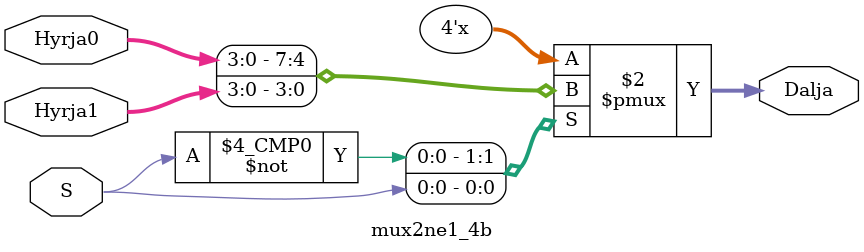
<source format=v>
module mux2ne1_4b(
    input [3:0] Hyrja0,
    input [3:0] Hyrja1,
    input  S,
    output reg [3:0]  Dalja
    );    

  //assign Dalja = S ? ; Hyrja1 : Hyrja0;

always@* begin
        case (S)
            1'b0:  Dalja = Hyrja0;
            1'b1:  Dalja = Hyrja1;
        endcase
    end

  endmodule
</source>
